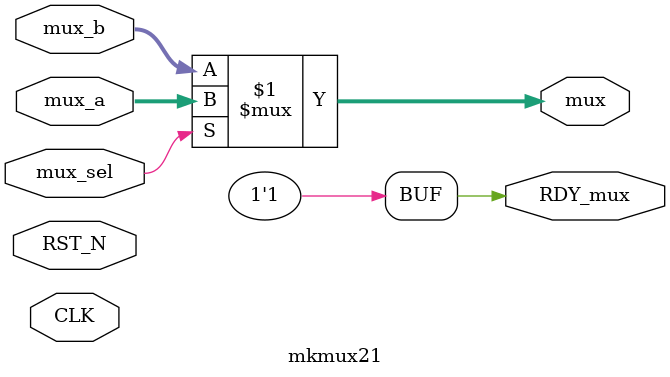
<source format=v>

`ifdef BSV_ASSIGNMENT_DELAY
`else
  `define BSV_ASSIGNMENT_DELAY
`endif

`ifdef BSV_POSITIVE_RESET
  `define BSV_RESET_VALUE 1'b1
  `define BSV_RESET_EDGE posedge
`else
  `define BSV_RESET_VALUE 1'b0
  `define BSV_RESET_EDGE negedge
`endif

module mkmux21(CLK,
	       RST_N,

	       mux_a,
	       mux_b,
	       mux_sel,
	       mux,
	       RDY_mux);
  input  CLK;
  input  RST_N;

  // value method mux
  input  [31 : 0] mux_a;
  input  [31 : 0] mux_b;
  input  mux_sel;
  output [31 : 0] mux;
  output RDY_mux;

  // signals for module outputs
  wire [31 : 0] mux;
  wire RDY_mux;

  // value method mux
  assign mux = mux_sel ? mux_a : mux_b ;
  assign RDY_mux = 1'd1 ;
endmodule  // mkmux21


</source>
